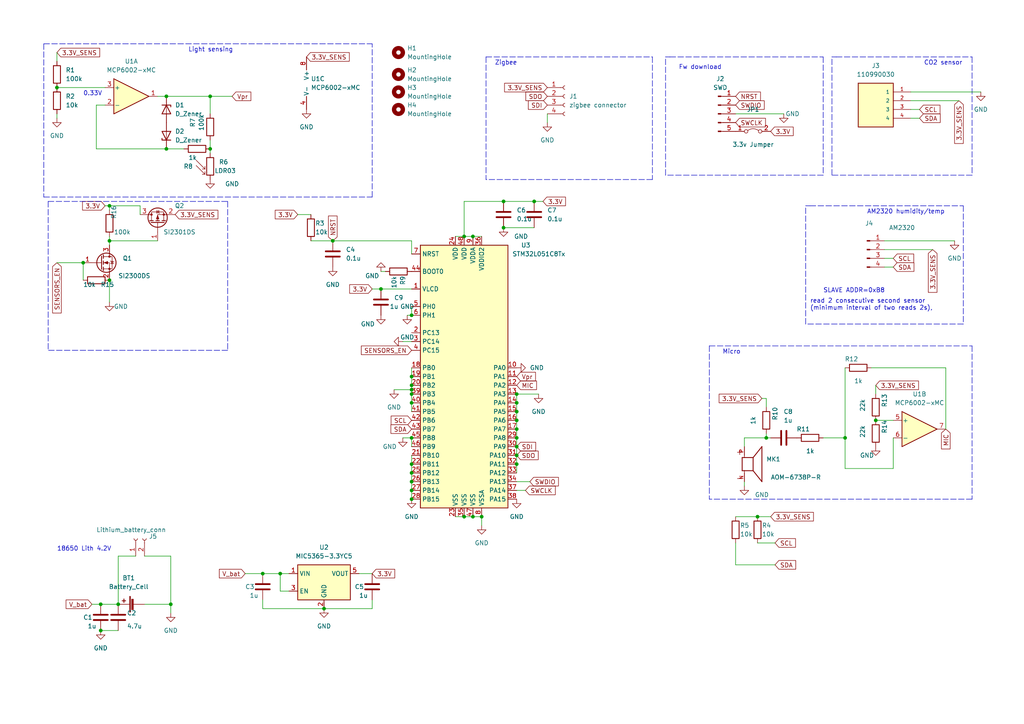
<source format=kicad_sch>
(kicad_sch (version 20211123) (generator eeschema)
  (paper "A4")
  (lib_symbols
    (symbol "1x04 grove:110990030" (pin_names (offset 1.016))
      (property "Reference" "J" (at -5.08 5.842 0))
      (property "Value" "110990030" (at -5.08 -8.382 0))
      (symbol "110990030_0_0"
        (rectangle (start -5.08 -7.62) (end 5.08 5.08) (stroke (width 0.254)) (fill (type background)))
        (pin passive line (at -10.16 2.54 0) (length 5.08) (name "1") (number "1"))
        (pin passive line (at -10.16 0 0) (length 5.08) (name "2") (number "2"))
        (pin passive line (at -10.16 -2.54 0) (length 5.08) (name "3") (number "3"))
        (pin passive line (at -10.16 -5.08 0) (length 5.08) (name "4") (number "4"))
      )
    )
    (symbol "AOM-6738P-R:AOM-6738P-R" (pin_names (offset 1.016))
      (property "Reference" "MK" (at -1.27 6.35 0))
      (property "Value" "AOM-6738P-R" (at -1.27 -8.255 0))
      (symbol "AOM-6738P-R_0_0"
        (polyline (pts (xy -3.175 -1.905) (xy -2.54 -1.905)) (stroke (width 0.254)))
        (polyline (pts (xy -3.175 1.905) (xy -3.175 -1.905)) (stroke (width 0.254)))
        (polyline (pts (xy -3.175 1.905) (xy -2.54 1.905)) (stroke (width 0.254)))
        (polyline (pts (xy -2.54 -2.54) (xy -2.54 -1.905)) (stroke (width 0.1524)))
        (polyline (pts (xy -2.54 -1.905) (xy 0 -1.905)) (stroke (width 0.254)))
        (polyline (pts (xy -2.54 1.905) (xy 0 1.905)) (stroke (width 0.254)))
        (polyline (pts (xy -2.54 2.54) (xy -2.54 1.905)) (stroke (width 0.1524)))
        (polyline (pts (xy 0 -1.905) (xy 0 1.905)) (stroke (width 0.254)))
        (polyline (pts (xy 0 -1.905) (xy 2.54 -5.08)) (stroke (width 0.254)))
        (polyline (pts (xy 0 1.905) (xy 2.54 5.08)) (stroke (width 0.254)))
        (polyline (pts (xy 2.54 -5.08) (xy 2.54 5.08)) (stroke (width 0.254)))
        (text "+" (at -5.08 2.54 0) (effects (font (size 1.778 1.778)) (justify left bottom)))
        (text "-" (at -5.08 -5.08 0) (effects (font (size 1.778 1.778)) (justify left bottom)))
        (pin passive line (at -2.54 -5.08 90) (length 2.54) (name "~") (number "N"))
        (pin passive line (at -2.54 5.08 270) (length 2.54) (name "~") (number "P"))
      )
    )
    (symbol "Amplifier_Operational:MCP6002-xMC" (pin_names (offset 0.127))
      (property "Reference" "U" (at 0 5.08 0))
      (property "Value" "MCP6002-xMC" (at 0 -5.08 0))
      (symbol "MCP6002-xMC_1_1"
        (polyline (pts (xy -5.08 5.08) (xy 5.08 0) (xy -5.08 -5.08) (xy -5.08 5.08)) (stroke (width 0.254)) (fill (type background)))
        (pin output line (at 7.62 0 180) (length 2.54) (name "~") (number "1"))
        (pin input line (at -7.62 -2.54 0) (length 2.54) (name "-") (number "2"))
        (pin input line (at -7.62 2.54 0) (length 2.54) (name "+") (number "3"))
      )
      (symbol "MCP6002-xMC_2_1"
        (polyline (pts (xy -5.08 5.08) (xy 5.08 0) (xy -5.08 -5.08) (xy -5.08 5.08)) (stroke (width 0.254)) (fill (type background)))
        (pin input line (at -7.62 2.54 0) (length 2.54) (name "+") (number "5"))
        (pin input line (at -7.62 -2.54 0) (length 2.54) (name "-") (number "6"))
        (pin output line (at 7.62 0 180) (length 2.54) (name "~") (number "7"))
      )
      (symbol "MCP6002-xMC_3_1"
        (pin power_in line (at -2.54 -7.62 90) (length 3.81) (name "V-") (number "4"))
        (pin power_in line (at -2.54 7.62 270) (length 3.81) (name "V+") (number "8"))
        (pin passive line (at -2.54 -7.62 90) (length 3.81) hide (name "V-") (number "9"))
      )
    )
    (symbol "Connector:Conn_01x02_Female" (pin_names (offset 1.016) hide)
      (property "Reference" "J" (at 0 2.54 0))
      (property "Value" "Conn_01x02_Female" (at 0 -5.08 0))
      (symbol "Conn_01x02_Female_1_1"
        (arc (start 0 -2.032) (mid -0.508 -2.54) (end 0 -3.048) (stroke (width 0.1524)))
        (polyline (pts (xy -1.27 -2.54) (xy -0.508 -2.54)) (stroke (width 0.1524)))
        (polyline (pts (xy -1.27 0) (xy -0.508 0)) (stroke (width 0.1524)))
        (arc (start 0 0.508) (mid -0.508 0) (end 0 -0.508) (stroke (width 0.1524)))
        (pin passive line (at -5.08 0 0) (length 3.81) (name "Pin_1") (number "1"))
        (pin passive line (at -5.08 -2.54 0) (length 3.81) (name "Pin_2") (number "2"))
      )
    )
    (symbol "Connector:Conn_01x04_Female" (pin_names (offset 1.016) hide)
      (property "Reference" "J" (at 0 5.08 0))
      (property "Value" "Conn_01x04_Female" (at 0 -7.62 0))
      (symbol "Conn_01x04_Female_1_1"
        (arc (start 0 -4.572) (mid -0.508 -5.08) (end 0 -5.588) (stroke (width 0.1524)))
        (arc (start 0 -2.032) (mid -0.508 -2.54) (end 0 -3.048) (stroke (width 0.1524)))
        (polyline (pts (xy -1.27 -5.08) (xy -0.508 -5.08)) (stroke (width 0.1524)))
        (polyline (pts (xy -1.27 -2.54) (xy -0.508 -2.54)) (stroke (width 0.1524)))
        (polyline (pts (xy -1.27 0) (xy -0.508 0)) (stroke (width 0.1524)))
        (polyline (pts (xy -1.27 2.54) (xy -0.508 2.54)) (stroke (width 0.1524)))
        (arc (start 0 0.508) (mid -0.508 0) (end 0 -0.508) (stroke (width 0.1524)))
        (arc (start 0 3.048) (mid -0.508 2.54) (end 0 2.032) (stroke (width 0.1524)))
        (pin passive line (at -5.08 2.54 0) (length 3.81) (name "Pin_1") (number "1"))
        (pin passive line (at -5.08 0 0) (length 3.81) (name "Pin_2") (number "2"))
        (pin passive line (at -5.08 -2.54 0) (length 3.81) (name "Pin_3") (number "3"))
        (pin passive line (at -5.08 -5.08 0) (length 3.81) (name "Pin_4") (number "4"))
      )
    )
    (symbol "Connector:Conn_01x04_Male" (pin_names (offset 1.016) hide)
      (property "Reference" "J" (at 0 5.08 0))
      (property "Value" "Conn_01x04_Male" (at 0 -7.62 0))
      (symbol "Conn_01x04_Male_1_1"
        (polyline (pts (xy 1.27 -5.08) (xy 0.8636 -5.08)) (stroke (width 0.1524)))
        (polyline (pts (xy 1.27 -2.54) (xy 0.8636 -2.54)) (stroke (width 0.1524)))
        (polyline (pts (xy 1.27 0) (xy 0.8636 0)) (stroke (width 0.1524)))
        (polyline (pts (xy 1.27 2.54) (xy 0.8636 2.54)) (stroke (width 0.1524)))
        (rectangle (start 0.8636 -4.953) (end 0 -5.207) (stroke (width 0.1524)) (fill (type outline)))
        (rectangle (start 0.8636 -2.413) (end 0 -2.667) (stroke (width 0.1524)) (fill (type outline)))
        (rectangle (start 0.8636 0.127) (end 0 -0.127) (stroke (width 0.1524)) (fill (type outline)))
        (rectangle (start 0.8636 2.667) (end 0 2.413) (stroke (width 0.1524)) (fill (type outline)))
        (pin passive line (at 5.08 2.54 180) (length 3.81) (name "Pin_1") (number "1"))
        (pin passive line (at 5.08 0 180) (length 3.81) (name "Pin_2") (number "2"))
        (pin passive line (at 5.08 -2.54 180) (length 3.81) (name "Pin_3") (number "3"))
        (pin passive line (at 5.08 -5.08 180) (length 3.81) (name "Pin_4") (number "4"))
      )
    )
    (symbol "Connector:Conn_01x05_Male" (pin_names (offset 1.016) hide)
      (property "Reference" "J" (at 0 7.62 0))
      (property "Value" "Conn_01x05_Male" (at 0 -7.62 0))
      (symbol "Conn_01x05_Male_1_1"
        (polyline (pts (xy 1.27 -5.08) (xy 0.8636 -5.08)) (stroke (width 0.1524)))
        (polyline (pts (xy 1.27 -2.54) (xy 0.8636 -2.54)) (stroke (width 0.1524)))
        (polyline (pts (xy 1.27 0) (xy 0.8636 0)) (stroke (width 0.1524)))
        (polyline (pts (xy 1.27 2.54) (xy 0.8636 2.54)) (stroke (width 0.1524)))
        (polyline (pts (xy 1.27 5.08) (xy 0.8636 5.08)) (stroke (width 0.1524)))
        (rectangle (start 0.8636 -4.953) (end 0 -5.207) (stroke (width 0.1524)) (fill (type outline)))
        (rectangle (start 0.8636 -2.413) (end 0 -2.667) (stroke (width 0.1524)) (fill (type outline)))
        (rectangle (start 0.8636 0.127) (end 0 -0.127) (stroke (width 0.1524)) (fill (type outline)))
        (rectangle (start 0.8636 2.667) (end 0 2.413) (stroke (width 0.1524)) (fill (type outline)))
        (rectangle (start 0.8636 5.207) (end 0 4.953) (stroke (width 0.1524)) (fill (type outline)))
        (pin passive line (at 5.08 5.08 180) (length 3.81) (name "Pin_1") (number "1"))
        (pin passive line (at 5.08 2.54 180) (length 3.81) (name "Pin_2") (number "2"))
        (pin passive line (at 5.08 0 180) (length 3.81) (name "Pin_3") (number "3"))
        (pin passive line (at 5.08 -2.54 180) (length 3.81) (name "Pin_4") (number "4"))
        (pin passive line (at 5.08 -5.08 180) (length 3.81) (name "Pin_5") (number "5"))
      )
    )
    (symbol "Device:Battery_Cell" (pin_numbers hide) (pin_names (offset 0) hide)
      (property "Reference" "BT" (at 2.54 2.54 0))
      (property "Value" "Battery_Cell" (at 2.54 0 0))
      (symbol "Battery_Cell_0_1"
        (rectangle (start -2.286 1.778) (end 2.286 1.524) (fill (type outline)))
        (rectangle (start -1.5748 1.1938) (end 1.4732 0.6858) (fill (type outline)))
        (polyline (pts (xy 0 0.762) (xy 0 0)))
        (polyline (pts (xy 0 1.778) (xy 0 2.54)))
        (polyline (pts (xy 0.508 3.429) (xy 1.524 3.429)) (stroke (width 0.254)))
        (polyline (pts (xy 1.016 3.937) (xy 1.016 2.921)) (stroke (width 0.254)))
      )
      (symbol "Battery_Cell_1_1"
        (pin passive line (at 0 5.08 270) (length 2.54) (name "+") (number "1"))
        (pin passive line (at 0 -2.54 90) (length 2.54) (name "-") (number "2"))
      )
    )
    (symbol "Device:C" (pin_numbers hide) (pin_names (offset 0.254))
      (property "Reference" "C" (at 0.635 2.54 0))
      (property "Value" "C" (at 0.635 -2.54 0))
      (symbol "C_0_1"
        (polyline (pts (xy -2.032 -0.762) (xy 2.032 -0.762)) (stroke (width 0.508)))
        (polyline (pts (xy -2.032 0.762) (xy 2.032 0.762)) (stroke (width 0.508)))
      )
      (symbol "C_1_1"
        (pin passive line (at 0 3.81 270) (length 2.794) (name "~") (number "1"))
        (pin passive line (at 0 -3.81 90) (length 2.794) (name "~") (number "2"))
      )
    )
    (symbol "Device:D_Zener" (pin_numbers hide) (pin_names (offset 1.016) hide)
      (property "Reference" "D" (at 0 2.54 0))
      (property "Value" "D_Zener" (at 0 -2.54 0))
      (symbol "D_Zener_0_1"
        (polyline (pts (xy 1.27 0) (xy -1.27 0)))
        (polyline (pts (xy -1.27 -1.27) (xy -1.27 1.27) (xy -0.762 1.27)) (stroke (width 0.254)))
        (polyline (pts (xy 1.27 -1.27) (xy 1.27 1.27) (xy -1.27 0) (xy 1.27 -1.27)) (stroke (width 0.254)))
      )
      (symbol "D_Zener_1_1"
        (pin passive line (at -3.81 0 0) (length 2.54) (name "K") (number "1"))
        (pin passive line (at 3.81 0 180) (length 2.54) (name "A") (number "2"))
      )
    )
    (symbol "Device:Q_NMOS_GSD" (pin_names (offset 0) hide)
      (property "Reference" "Q" (at 5.08 1.27 0))
      (property "Value" "Q_NMOS_GSD" (at 5.08 -1.27 0))
      (symbol "Q_NMOS_GSD_0_1"
        (polyline (pts (xy 0.254 0) (xy -2.54 0)))
        (polyline (pts (xy 0.254 1.905) (xy 0.254 -1.905)) (stroke (width 0.254)))
        (polyline (pts (xy 0.762 -1.27) (xy 0.762 -2.286)) (stroke (width 0.254)))
        (polyline (pts (xy 0.762 0.508) (xy 0.762 -0.508)) (stroke (width 0.254)))
        (polyline (pts (xy 0.762 2.286) (xy 0.762 1.27)) (stroke (width 0.254)))
        (polyline (pts (xy 2.54 2.54) (xy 2.54 1.778)))
        (polyline (pts (xy 2.54 -2.54) (xy 2.54 0) (xy 0.762 0)))
        (polyline (pts (xy 0.762 -1.778) (xy 3.302 -1.778) (xy 3.302 1.778) (xy 0.762 1.778)))
        (polyline (pts (xy 1.016 0) (xy 2.032 0.381) (xy 2.032 -0.381) (xy 1.016 0)) (fill (type outline)))
        (polyline (pts (xy 2.794 0.508) (xy 2.921 0.381) (xy 3.683 0.381) (xy 3.81 0.254)))
        (polyline (pts (xy 3.302 0.381) (xy 2.921 -0.254) (xy 3.683 -0.254) (xy 3.302 0.381)))
        (circle (center 1.651 0) (radius 2.794) (stroke (width 0.254)))
        (circle (center 2.54 -1.778) (radius 0.254) (fill (type outline)))
        (circle (center 2.54 1.778) (radius 0.254) (fill (type outline)))
      )
      (symbol "Q_NMOS_GSD_1_1"
        (pin input line (at -5.08 0 0) (length 2.54) (name "G") (number "1"))
        (pin passive line (at 2.54 -5.08 90) (length 2.54) (name "S") (number "2"))
        (pin passive line (at 2.54 5.08 270) (length 2.54) (name "D") (number "3"))
      )
    )
    (symbol "Device:Q_PMOS_GSD" (pin_names (offset 0) hide)
      (property "Reference" "Q" (at 5.08 1.27 0))
      (property "Value" "Q_PMOS_GSD" (at 5.08 -1.27 0))
      (symbol "Q_PMOS_GSD_0_1"
        (polyline (pts (xy 0.254 0) (xy -2.54 0)))
        (polyline (pts (xy 0.254 1.905) (xy 0.254 -1.905)) (stroke (width 0.254)))
        (polyline (pts (xy 0.762 -1.27) (xy 0.762 -2.286)) (stroke (width 0.254)))
        (polyline (pts (xy 0.762 0.508) (xy 0.762 -0.508)) (stroke (width 0.254)))
        (polyline (pts (xy 0.762 2.286) (xy 0.762 1.27)) (stroke (width 0.254)))
        (polyline (pts (xy 2.54 2.54) (xy 2.54 1.778)))
        (polyline (pts (xy 2.54 -2.54) (xy 2.54 0) (xy 0.762 0)))
        (polyline (pts (xy 0.762 1.778) (xy 3.302 1.778) (xy 3.302 -1.778) (xy 0.762 -1.778)))
        (polyline (pts (xy 2.286 0) (xy 1.27 0.381) (xy 1.27 -0.381) (xy 2.286 0)) (fill (type outline)))
        (polyline (pts (xy 2.794 -0.508) (xy 2.921 -0.381) (xy 3.683 -0.381) (xy 3.81 -0.254)))
        (polyline (pts (xy 3.302 -0.381) (xy 2.921 0.254) (xy 3.683 0.254) (xy 3.302 -0.381)))
        (circle (center 1.651 0) (radius 2.794) (stroke (width 0.254)))
        (circle (center 2.54 -1.778) (radius 0.254) (fill (type outline)))
        (circle (center 2.54 1.778) (radius 0.254) (fill (type outline)))
      )
      (symbol "Q_PMOS_GSD_1_1"
        (pin input line (at -5.08 0 0) (length 2.54) (name "G") (number "1"))
        (pin passive line (at 2.54 -5.08 90) (length 2.54) (name "S") (number "2"))
        (pin passive line (at 2.54 5.08 270) (length 2.54) (name "D") (number "3"))
      )
    )
    (symbol "Device:R" (pin_numbers hide) (pin_names (offset 0))
      (property "Reference" "R" (at 2.032 0 90))
      (property "Value" "R" (at 0 0 90))
      (symbol "R_0_1"
        (rectangle (start -1.016 -2.54) (end 1.016 2.54) (stroke (width 0.254)))
      )
      (symbol "R_1_1"
        (pin passive line (at 0 3.81 270) (length 1.27) (name "~") (number "1"))
        (pin passive line (at 0 -3.81 90) (length 1.27) (name "~") (number "2"))
      )
    )
    (symbol "GND_1" (power) (pin_names (offset 0))
      (property "Value" "GND_1" (at 0 -3.81 0))
      (symbol "GND_1_0_1"
        (polyline (pts (xy 0 0) (xy 0 -1.27) (xy 1.27 -1.27) (xy 0 -2.54) (xy -1.27 -1.27) (xy 0 -1.27)))
      )
      (symbol "GND_1_1_1"
        (pin power_in line (at 0 0 270) (length 0) hide (name "GND") (number "1"))
      )
    )
    (symbol "Jumper:Jumper_2_Bridged" (pin_names (offset 0) hide)
      (property "Reference" "JP" (at 0 1.905 0))
      (property "Value" "Jumper_2_Bridged" (at 0 -2.54 0))
      (symbol "Jumper_2_Bridged_0_0"
        (circle (center -2.032 0) (radius 0.508))
        (circle (center 2.032 0) (radius 0.508))
      )
      (symbol "Jumper_2_Bridged_0_1"
        (arc (start 1.524 0.254) (mid 0 0.762) (end -1.524 0.254))
      )
      (symbol "Jumper_2_Bridged_1_1"
        (pin passive line (at -5.08 0 0) (length 2.54) (name "A") (number "1"))
        (pin passive line (at 5.08 0 180) (length 2.54) (name "B") (number "2"))
      )
    )
    (symbol "MCU_ST_STM32L0:STM32L051C8Tx"
      (property "Reference" "U" (at -12.7 39.37 0))
      (property "Value" "STM32L051C8Tx" (at 7.62 39.37 0))
      (symbol "STM32L051C8Tx_0_1"
        (rectangle (start -12.7 -38.1) (end 12.7 38.1) (stroke (width 0.254)) (fill (type background)))
      )
      (symbol "STM32L051C8Tx_1_1"
        (pin power_in line (at -15.24 25.4 0) (length 2.54) (name "VLCD") (number "1"))
        (pin bidirectional line (at 15.24 2.54 180) (length 2.54) (name "PA0") (number "10"))
        (pin bidirectional line (at 15.24 0 180) (length 2.54) (name "PA1") (number "11"))
        (pin bidirectional line (at 15.24 -2.54 180) (length 2.54) (name "PA2") (number "12"))
        (pin bidirectional line (at 15.24 -5.08 180) (length 2.54) (name "PA3") (number "13"))
        (pin bidirectional line (at 15.24 -7.62 180) (length 2.54) (name "PA4") (number "14"))
        (pin bidirectional line (at 15.24 -10.16 180) (length 2.54) (name "PA5") (number "15"))
        (pin bidirectional line (at 15.24 -12.7 180) (length 2.54) (name "PA6") (number "16"))
        (pin bidirectional line (at 15.24 -15.24 180) (length 2.54) (name "PA7") (number "17"))
        (pin bidirectional line (at -15.24 2.54 0) (length 2.54) (name "PB0") (number "18"))
        (pin bidirectional line (at -15.24 0 0) (length 2.54) (name "PB1") (number "19"))
        (pin bidirectional line (at -15.24 12.7 0) (length 2.54) (name "PC13") (number "2"))
        (pin bidirectional line (at -15.24 -2.54 0) (length 2.54) (name "PB2") (number "20"))
        (pin bidirectional line (at -15.24 -22.86 0) (length 2.54) (name "PB10") (number "21"))
        (pin bidirectional line (at -15.24 -25.4 0) (length 2.54) (name "PB11") (number "22"))
        (pin power_in line (at -2.54 -40.64 90) (length 2.54) (name "VSS") (number "23"))
        (pin power_in line (at -2.54 40.64 270) (length 2.54) (name "VDD") (number "24"))
        (pin bidirectional line (at -15.24 -27.94 0) (length 2.54) (name "PB12") (number "25"))
        (pin bidirectional line (at -15.24 -30.48 0) (length 2.54) (name "PB13") (number "26"))
        (pin bidirectional line (at -15.24 -33.02 0) (length 2.54) (name "PB14") (number "27"))
        (pin bidirectional line (at -15.24 -35.56 0) (length 2.54) (name "PB15") (number "28"))
        (pin bidirectional line (at 15.24 -17.78 180) (length 2.54) (name "PA8") (number "29"))
        (pin bidirectional line (at -15.24 10.16 0) (length 2.54) (name "PC14") (number "3"))
        (pin bidirectional line (at 15.24 -20.32 180) (length 2.54) (name "PA9") (number "30"))
        (pin bidirectional line (at 15.24 -22.86 180) (length 2.54) (name "PA10") (number "31"))
        (pin bidirectional line (at 15.24 -25.4 180) (length 2.54) (name "PA11") (number "32"))
        (pin bidirectional line (at 15.24 -27.94 180) (length 2.54) (name "PA12") (number "33"))
        (pin bidirectional line (at 15.24 -30.48 180) (length 2.54) (name "PA13") (number "34"))
        (pin power_in line (at 0 -40.64 90) (length 2.54) (name "VSS") (number "35"))
        (pin power_in line (at 5.08 40.64 270) (length 2.54) (name "VDDIO2") (number "36"))
        (pin bidirectional line (at 15.24 -33.02 180) (length 2.54) (name "PA14") (number "37"))
        (pin bidirectional line (at 15.24 -35.56 180) (length 2.54) (name "PA15") (number "38"))
        (pin bidirectional line (at -15.24 -5.08 0) (length 2.54) (name "PB3") (number "39"))
        (pin bidirectional line (at -15.24 7.62 0) (length 2.54) (name "PC15") (number "4"))
        (pin bidirectional line (at -15.24 -7.62 0) (length 2.54) (name "PB4") (number "40"))
        (pin bidirectional line (at -15.24 -10.16 0) (length 2.54) (name "PB5") (number "41"))
        (pin bidirectional line (at -15.24 -12.7 0) (length 2.54) (name "PB6") (number "42"))
        (pin bidirectional line (at -15.24 -15.24 0) (length 2.54) (name "PB7") (number "43"))
        (pin input line (at -15.24 30.48 0) (length 2.54) (name "BOOT0") (number "44"))
        (pin bidirectional line (at -15.24 -17.78 0) (length 2.54) (name "PB8") (number "45"))
        (pin bidirectional line (at -15.24 -20.32 0) (length 2.54) (name "PB9") (number "46"))
        (pin power_in line (at 2.54 -40.64 90) (length 2.54) (name "VSS") (number "47"))
        (pin power_in line (at 0 40.64 270) (length 2.54) (name "VDD") (number "48"))
        (pin input line (at -15.24 20.32 0) (length 2.54) (name "PH0") (number "5"))
        (pin input line (at -15.24 17.78 0) (length 2.54) (name "PH1") (number "6"))
        (pin input line (at -15.24 35.56 0) (length 2.54) (name "NRST") (number "7"))
        (pin power_in line (at 5.08 -40.64 90) (length 2.54) (name "VSSA") (number "8"))
        (pin power_in line (at 2.54 40.64 270) (length 2.54) (name "VDDA") (number "9"))
      )
    )
    (symbol "Mechanical:MountingHole" (pin_names (offset 1.016))
      (property "Reference" "H" (at 0 5.08 0))
      (property "Value" "MountingHole" (at 0 3.175 0))
      (symbol "MountingHole_0_1"
        (circle (center 0 0) (radius 1.27) (stroke (width 1.27)))
      )
    )
    (symbol "Regulator_Linear:MIC5365-3.3YC5"
      (property "Reference" "U" (at -6.35 6.35 0))
      (property "Value" "MIC5365-3.3YC5" (at 0 6.35 0))
      (symbol "MIC5365-3.3YC5_0_1"
        (rectangle (start -7.62 -5.08) (end 7.62 5.08) (stroke (width 0.254)) (fill (type background)))
      )
      (symbol "MIC5365-3.3YC5_1_1"
        (pin power_in line (at -10.16 2.54 0) (length 2.54) (name "VIN") (number "1"))
        (pin power_in line (at 0 -7.62 90) (length 2.54) (name "GND") (number "2"))
        (pin input line (at -10.16 -2.54 0) (length 2.54) (name "EN") (number "3"))
        (pin no_connect line (at 7.62 -2.54 180) (length 2.54) hide (name "NC") (number "4"))
        (pin power_out line (at 10.16 2.54 180) (length 2.54) (name "VOUT") (number "5"))
      )
    )
    (symbol "Sensor_Optical:LDR03" (pin_numbers hide) (pin_names (offset 0))
      (property "Reference" "R" (at -5.08 0 90))
      (property "Value" "LDR03" (at 1.905 0 90))
      (symbol "LDR03_0_1"
        (rectangle (start -1.016 2.54) (end 1.016 -2.54) (stroke (width 0.254)))
        (polyline (pts (xy -1.524 -2.286) (xy -4.064 0.254)))
        (polyline (pts (xy -1.524 -2.286) (xy -2.286 -2.286)))
        (polyline (pts (xy -1.524 -2.286) (xy -1.524 -1.524)))
        (polyline (pts (xy -1.524 -0.762) (xy -4.064 1.778)))
        (polyline (pts (xy -1.524 -0.762) (xy -2.286 -0.762)))
        (polyline (pts (xy -1.524 -0.762) (xy -1.524 0)))
      )
      (symbol "LDR03_1_1"
        (pin passive line (at 0 3.81 270) (length 1.27) (name "~") (number "1"))
        (pin passive line (at 0 -3.81 90) (length 1.27) (name "~") (number "2"))
      )
    )
    (symbol "power:GND" (power) (pin_names (offset 0))
      (property "Value" "GND" (at 0 -3.81 0))
      (symbol "GND_0_1"
        (polyline (pts (xy 0 0) (xy 0 -1.27) (xy 1.27 -1.27) (xy 0 -2.54) (xy -1.27 -1.27) (xy 0 -1.27)))
      )
      (symbol "GND_1_1"
        (pin power_in line (at 0 0 270) (length 0) hide (name "GND") (number "1"))
      )
    )
  )
  (junction (at 149.86 134.62))
  (junction (at 119.38 134.62))
  (junction (at 31.75 59.69))
  (junction (at 29.21 175.26))
  (junction (at 149.86 114.3))
  (junction (at 119.38 142.24))
  (junction (at 222.25 127))
  (junction (at 24.13 76.2))
  (junction (at 119.38 144.78))
  (junction (at 154.94 58.42))
  (junction (at 134.62 68.58))
  (junction (at 137.16 68.58))
  (junction (at 110.49 83.82))
  (junction (at 119.38 127))
  (junction (at 60.96 27.94))
  (junction (at 29.21 182.88))
  (junction (at 60.96 43.18))
  (junction (at 81.28 166.37))
  (junction (at 34.29 175.26))
  (junction (at 119.38 116.84))
  (junction (at 245.11 127))
  (junction (at 149.86 119.38))
  (junction (at 149.86 129.54))
  (junction (at 16.51 25.4))
  (junction (at 93.98 176.53))
  (junction (at 219.71 149.86))
  (junction (at 149.86 116.84))
  (junction (at 149.86 124.46))
  (junction (at 31.75 69.85))
  (junction (at 119.38 109.22))
  (junction (at 76.2 166.37))
  (junction (at 119.38 111.76))
  (junction (at 149.86 132.08))
  (junction (at 96.52 69.85))
  (junction (at 149.86 121.92))
  (junction (at 119.38 139.7))
  (junction (at 49.53 175.26))
  (junction (at 139.7 149.86))
  (junction (at 119.38 114.3))
  (junction (at 146.05 66.04))
  (junction (at 149.86 127))
  (junction (at 146.05 58.42))
  (junction (at 134.62 149.86))
  (junction (at 31.75 81.28))
  (junction (at 119.38 137.16))
  (junction (at 119.38 91.44))
  (junction (at 48.26 27.94))
  (junction (at 254 121.92))
  (junction (at 119.38 113.03))
  (junction (at 137.16 149.86))
  (junction (at 48.26 43.18))
  (wire (pts (xy 213.36 163.83) (xy 213.36 157.48)))
  (polyline (pts (xy 281.94 144.78) (xy 205.74 144.78)))
  (wire (pts (xy 259.08 127) (xy 259.08 135.89)))
  (wire (pts (xy 219.71 157.48) (xy 224.79 157.48)))
  (wire (pts (xy 215.9 127) (xy 222.25 127)))
  (wire (pts (xy 149.86 139.7) (xy 153.67 139.7)))
  (polyline (pts (xy 140.97 16.51) (xy 140.97 52.07)))
  (wire (pts (xy 29.21 182.88) (xy 34.29 182.88)))
  (wire (pts (xy 264.16 26.67) (xy 284.48 26.67)))
  (wire (pts (xy 16.51 76.2) (xy 24.13 76.2)))
  (wire (pts (xy 256.54 69.85) (xy 276.86 69.85)))
  (polyline (pts (xy 281.94 16.51) (xy 281.94 50.8)))
  (polyline (pts (xy 193.04 16.51) (xy 194.31 16.51)))
  (wire (pts (xy 132.08 149.86) (xy 134.62 149.86)))
  (wire (pts (xy 256.54 77.47) (xy 259.08 77.47)))
  (wire (pts (xy 114.3 113.03) (xy 119.38 113.03)))
  (wire (pts (xy 134.62 68.58) (xy 137.16 68.58)))
  (wire (pts (xy 245.11 135.89) (xy 245.11 127)))
  (wire (pts (xy 158.75 33.02) (xy 158.75 35.56)))
  (wire (pts (xy 45.72 27.94) (xy 48.26 27.94)))
  (wire (pts (xy 60.96 27.94) (xy 67.31 27.94)))
  (polyline (pts (xy 279.4 93.98) (xy 233.68 93.98)))
  (polyline (pts (xy 12.7 57.15) (xy 107.95 57.15)))
  (wire (pts (xy 146.05 66.04) (xy 154.94 66.04)))
  (wire (pts (xy 31.75 71.12) (xy 31.75 69.85)))
  (wire (pts (xy 119.38 114.3) (xy 119.38 116.84)))
  (wire (pts (xy 29.21 175.26) (xy 34.29 175.26)))
  (wire (pts (xy 222.25 127) (xy 223.52 127)))
  (wire (pts (xy 60.96 33.02) (xy 60.96 27.94)))
  (wire (pts (xy 219.71 149.86) (xy 223.52 149.86)))
  (wire (pts (xy 110.49 83.82) (xy 119.38 83.82)))
  (wire (pts (xy 48.26 43.18) (xy 53.34 43.18)))
  (polyline (pts (xy 13.97 58.42) (xy 13.97 101.6)))
  (polyline (pts (xy 281.94 100.33) (xy 281.94 144.78)))
  (wire (pts (xy 119.38 106.68) (xy 119.38 109.22)))
  (wire (pts (xy 119.38 116.84) (xy 119.38 119.38)))
  (polyline (pts (xy 233.68 93.98) (xy 233.68 59.69)))
  (polyline (pts (xy 13.97 58.42) (xy 66.04 58.42)))
  (wire (pts (xy 27.94 43.18) (xy 48.26 43.18)))
  (wire (pts (xy 152.4 142.24) (xy 149.86 142.24)))
  (polyline (pts (xy 66.04 101.6) (xy 13.97 101.6)))
  (wire (pts (xy 149.86 132.08) (xy 149.86 134.62)))
  (wire (pts (xy 40.64 62.23) (xy 40.64 59.69)))
  (wire (pts (xy 16.51 15.24) (xy 16.51 17.78)))
  (wire (pts (xy 252.73 106.68) (xy 274.32 106.68)))
  (wire (pts (xy 104.14 166.37) (xy 107.95 166.37)))
  (wire (pts (xy 119.38 132.08) (xy 119.38 134.62)))
  (wire (pts (xy 31.75 59.69) (xy 31.75 60.96)))
  (wire (pts (xy 24.13 76.2) (xy 24.13 81.28)))
  (wire (pts (xy 60.96 43.18) (xy 60.96 44.45)))
  (wire (pts (xy 31.75 69.85) (xy 31.75 68.58)))
  (wire (pts (xy 149.86 129.54) (xy 149.86 132.08)))
  (wire (pts (xy 119.38 134.62) (xy 119.38 137.16)))
  (wire (pts (xy 215.9 140.97) (xy 215.9 139.7)))
  (wire (pts (xy 90.17 62.23) (xy 86.36 62.23)))
  (wire (pts (xy 76.2 176.53) (xy 93.98 176.53)))
  (wire (pts (xy 215.9 129.54) (xy 215.9 127)))
  (wire (pts (xy 154.94 58.42) (xy 157.48 58.42)))
  (wire (pts (xy 149.86 119.38) (xy 149.86 121.92)))
  (wire (pts (xy 96.52 69.85) (xy 90.17 69.85)))
  (wire (pts (xy 76.2 173.99) (xy 76.2 176.53)))
  (wire (pts (xy 30.48 30.48) (xy 27.94 30.48)))
  (wire (pts (xy 27.94 30.48) (xy 27.94 43.18)))
  (wire (pts (xy 146.05 58.42) (xy 154.94 58.42)))
  (wire (pts (xy 119.38 88.9) (xy 119.38 91.44)))
  (wire (pts (xy 213.36 149.86) (xy 219.71 149.86)))
  (wire (pts (xy 149.86 116.84) (xy 149.86 119.38)))
  (polyline (pts (xy 189.23 52.07) (xy 140.97 52.07)))
  (wire (pts (xy 118.11 91.44) (xy 119.38 91.44)))
  (wire (pts (xy 220.98 115.57) (xy 222.25 115.57)))
  (wire (pts (xy 137.16 68.58) (xy 139.7 68.58)))
  (wire (pts (xy 264.16 31.75) (xy 266.7 31.75)))
  (wire (pts (xy 119.38 113.03) (xy 119.38 114.3)))
  (wire (pts (xy 254 111.76) (xy 254 114.3)))
  (wire (pts (xy 31.75 69.85) (xy 45.72 69.85)))
  (wire (pts (xy 264.16 34.29) (xy 266.7 34.29)))
  (wire (pts (xy 119.38 139.7) (xy 119.38 142.24)))
  (polyline (pts (xy 194.31 16.51) (xy 238.76 16.51)))
  (wire (pts (xy 259.08 135.89) (xy 245.11 135.89)))
  (polyline (pts (xy 279.4 59.69) (xy 279.4 93.98)))
  (wire (pts (xy 49.53 161.29) (xy 49.53 175.26)))
  (wire (pts (xy 149.86 127) (xy 149.86 129.54)))
  (wire (pts (xy 119.38 73.66) (xy 119.38 69.85)))
  (wire (pts (xy 134.62 149.86) (xy 137.16 149.86)))
  (wire (pts (xy 134.62 68.58) (xy 134.62 58.42)))
  (wire (pts (xy 107.95 83.82) (xy 110.49 83.82)))
  (wire (pts (xy 238.76 127) (xy 245.11 127)))
  (wire (pts (xy 149.86 114.3) (xy 156.21 114.3)))
  (wire (pts (xy 254 121.92) (xy 259.08 121.92)))
  (wire (pts (xy 227.33 33.02) (xy 213.36 33.02)))
  (wire (pts (xy 264.16 29.21) (xy 278.13 29.21)))
  (wire (pts (xy 48.26 27.94) (xy 60.96 27.94)))
  (wire (pts (xy 256.54 72.39) (xy 270.51 72.39)))
  (wire (pts (xy 39.37 161.29) (xy 34.29 161.29)))
  (wire (pts (xy 49.53 175.26) (xy 49.53 177.8)))
  (polyline (pts (xy 241.3 16.51) (xy 242.57 16.51)))
  (polyline (pts (xy 205.74 100.33) (xy 205.74 144.78)))
  (polyline (pts (xy 238.76 16.51) (xy 238.76 50.8)))
  (polyline (pts (xy 189.23 16.51) (xy 189.23 52.07)))
  (wire (pts (xy 119.38 111.76) (xy 119.38 113.03)))
  (wire (pts (xy 119.38 137.16) (xy 119.38 139.7)))
  (polyline (pts (xy 140.97 16.51) (xy 189.23 16.51)))
  (wire (pts (xy 76.2 166.37) (xy 81.28 166.37)))
  (wire (pts (xy 119.38 127) (xy 119.38 129.54)))
  (polyline (pts (xy 66.04 58.42) (xy 66.04 101.6)))
  (wire (pts (xy 110.49 78.74) (xy 111.76 78.74)))
  (wire (pts (xy 119.38 142.24) (xy 119.38 144.78)))
  (polyline (pts (xy 205.74 100.33) (xy 281.94 100.33)))
  (wire (pts (xy 107.95 173.99) (xy 107.95 176.53)))
  (wire (pts (xy 34.29 161.29) (xy 34.29 175.26)))
  (wire (pts (xy 137.16 149.86) (xy 139.7 149.86)))
  (wire (pts (xy 119.38 109.22) (xy 119.38 111.76)))
  (polyline (pts (xy 234.95 59.69) (xy 279.4 59.69)))
  (wire (pts (xy 16.51 25.4) (xy 30.48 25.4)))
  (wire (pts (xy 222.25 115.57) (xy 222.25 118.11)))
  (polyline (pts (xy 12.7 12.7) (xy 107.95 12.7)))
  (polyline (pts (xy 242.57 16.51) (xy 281.94 16.51)))
  (wire (pts (xy 96.52 69.85) (xy 119.38 69.85)))
  (polyline (pts (xy 241.3 50.8) (xy 241.3 16.51)))
  (wire (pts (xy 26.67 175.26) (xy 29.21 175.26)))
  (wire (pts (xy 274.32 106.68) (xy 274.32 124.46)))
  (wire (pts (xy 132.08 68.58) (xy 134.62 68.58)))
  (wire (pts (xy 81.28 166.37) (xy 83.82 166.37)))
  (wire (pts (xy 16.51 33.02) (xy 16.51 34.29)))
  (wire (pts (xy 31.75 81.28) (xy 31.75 87.63)))
  (wire (pts (xy 116.84 99.06) (xy 119.38 99.06)))
  (wire (pts (xy 116.84 127) (xy 119.38 127)))
  (polyline (pts (xy 107.95 57.15) (xy 107.95 12.7)))
  (wire (pts (xy 149.86 114.3) (xy 149.86 116.84)))
  (wire (pts (xy 81.28 171.45) (xy 83.82 171.45)))
  (wire (pts (xy 222.25 127) (xy 222.25 125.73)))
  (wire (pts (xy 41.91 161.29) (xy 49.53 161.29)))
  (wire (pts (xy 149.86 121.92) (xy 149.86 124.46)))
  (wire (pts (xy 224.79 163.83) (xy 213.36 163.83)))
  (wire (pts (xy 149.86 124.46) (xy 149.86 127)))
  (wire (pts (xy 71.12 166.37) (xy 76.2 166.37)))
  (wire (pts (xy 139.7 149.86) (xy 139.7 152.4)))
  (polyline (pts (xy 233.68 59.69) (xy 234.95 59.69)))
  (wire (pts (xy 149.86 134.62) (xy 149.86 137.16)))
  (polyline (pts (xy 12.7 12.7) (xy 12.7 57.15)))
  (wire (pts (xy 245.11 106.68) (xy 245.11 127)))
  (wire (pts (xy 30.48 59.69) (xy 31.75 59.69)))
  (wire (pts (xy 40.64 59.69) (xy 31.75 59.69)))
  (wire (pts (xy 81.28 166.37) (xy 81.28 171.45)))
  (wire (pts (xy 107.95 176.53) (xy 93.98 176.53)))
  (polyline (pts (xy 238.76 50.8) (xy 193.04 50.8)))
  (polyline (pts (xy 281.94 50.8) (xy 241.3 50.8)))
  (polyline (pts (xy 193.04 50.8) (xy 193.04 16.51)))
  (wire (pts (xy 60.96 40.64) (xy 60.96 43.18)))
  (wire (pts (xy 41.91 175.26) (xy 49.53 175.26)))
  (wire (pts (xy 256.54 74.93) (xy 259.08 74.93)))
  (wire (pts (xy 134.62 58.42) (xy 146.05 58.42)))
  (text "read 2 consecutive second sensor \n(minimum interval of two reads 2s)," (at 234.95 90.17 0) (effects (font (size 1.27 1.27)) (justify left bottom)))
  (text "Zigbee" (at 143.51 19.05 0) (effects (font (size 1.27 1.27)) (justify left bottom)))
  (text "18650 Lith 4.2V" (at 16.51 160.02 0) (effects (font (size 1.27 1.27)) (justify left bottom)))
  (text "0.33V" (at 24.13 27.94 0) (effects (font (size 1.27 1.27)) (justify left bottom)))
  (text "CO2 sensor" (at 267.97 19.05 0) (effects (font (size 1.27 1.27)) (justify left bottom)))
  (text "Light sensing" (at 54.61 15.24 0) (effects (font (size 1.27 1.27)) (justify left bottom)))
  (text "Micro" (at 209.55 102.87 0) (effects (font (size 1.27 1.27)) (justify left bottom)))
  (text "Fw download" (at 196.85 20.32 0) (effects (font (size 1.27 1.27)) (justify left bottom)))
  (text "AM2320 humidity/temp" (at 251.46 62.23 0) (effects (font (size 1.27 1.27)) (justify left bottom)))
  (text "SLAVE ADDR=0xB8" (at 238.76 85.09 0) (effects (font (size 1.27 1.27)) (justify left bottom)))
  (global_label "Vpr" (shape input) (at 149.86 109.22 0) (property "Intersheet References" "${INTERSHEET_REFS}" (effects hide)))
  (global_label "NRST" (shape input) (at 213.36 27.94 0) (property "Intersheet References" "${INTERSHEET_REFS}" (effects hide)))
  (global_label "V_bat" (shape input) (at 71.12 166.37 180) (property "Intersheet References" "${INTERSHEET_REFS}" (effects hide)))
  (global_label "3.3V" (shape input) (at 86.36 62.23 180) (property "Intersheet References" "${INTERSHEET_REFS}" (effects hide)))
  (global_label "SDA" (shape input) (at 224.79 163.83 0) (property "Intersheet References" "${INTERSHEET_REFS}" (effects hide)))
  (global_label "3.3V" (shape input) (at 223.52 38.1 0) (property "Intersheet References" "${INTERSHEET_REFS}" (effects hide)))
  (global_label "SENSORS_EN" (shape input) (at 16.51 76.2 270) (property "Intersheet References" "${INTERSHEET_REFS}" (effects hide)))
  (global_label "SENSORS_EN" (shape input) (at 119.38 101.6 180) (property "Intersheet References" "${INTERSHEET_REFS}" (effects hide)))
  (global_label "SDI" (shape input) (at 149.86 129.54 0) (property "Intersheet References" "${INTERSHEET_REFS}" (effects hide)))
  (global_label "SCL" (shape input) (at 259.08 74.93 0) (property "Intersheet References" "${INTERSHEET_REFS}" (effects hide)))
  (global_label "SWDIO" (shape input) (at 153.67 139.7 0) (property "Intersheet References" "${INTERSHEET_REFS}" (effects hide)))
  (global_label "3.3V" (shape input) (at 30.48 59.69 180) (property "Intersheet References" "${INTERSHEET_REFS}" (effects hide)))
  (global_label "3.3V_SENS" (shape input) (at 16.51 15.24 0) (property "Intersheet References" "${INTERSHEET_REFS}" (effects hide)))
  (global_label "3.3V_SENS" (shape input) (at 270.51 72.39 270) (property "Intersheet References" "${INTERSHEET_REFS}" (effects hide)))
  (global_label "SWCLK" (shape input) (at 152.4 142.24 0) (property "Intersheet References" "${INTERSHEET_REFS}" (effects hide)))
  (global_label "SDA" (shape input) (at 259.08 77.47 0) (property "Intersheet References" "${INTERSHEET_REFS}" (effects hide)))
  (global_label "3.3V_SENS" (shape input) (at 50.8 62.23 0) (property "Intersheet References" "${INTERSHEET_REFS}" (effects hide)))
  (global_label "MIC" (shape input) (at 274.32 124.46 270) (property "Intersheet References" "${INTERSHEET_REFS}" (effects hide)))
  (global_label "SDA" (shape input) (at 119.38 124.46 180) (property "Intersheet References" "${INTERSHEET_REFS}" (effects hide)))
  (global_label "3.3V_SENS" (shape input) (at 158.75 25.4 180) (property "Intersheet References" "${INTERSHEET_REFS}" (effects hide)))
  (global_label "SCL" (shape input) (at 266.7 31.75 0) (property "Intersheet References" "${INTERSHEET_REFS}" (effects hide)))
  (global_label "SCL" (shape input) (at 224.79 157.48 0) (property "Intersheet References" "${INTERSHEET_REFS}" (effects hide)))
  (global_label "3.3V_SENS" (shape input) (at 254 111.76 0) (property "Intersheet References" "${INTERSHEET_REFS}" (effects hide)))
  (global_label "3.3V" (shape input) (at 107.95 83.82 180) (property "Intersheet References" "${INTERSHEET_REFS}" (effects hide)))
  (global_label "Vpr" (shape input) (at 67.31 27.94 0) (property "Intersheet References" "${INTERSHEET_REFS}" (effects hide)))
  (global_label "V_bat" (shape input) (at 26.67 175.26 180) (property "Intersheet References" "${INTERSHEET_REFS}" (effects hide)))
  (global_label "SWDIO" (shape input) (at 213.36 30.48 0) (property "Intersheet References" "${INTERSHEET_REFS}" (effects hide)))
  (global_label "3.3V" (shape input) (at 157.48 58.42 0) (property "Intersheet References" "${INTERSHEET_REFS}" (effects hide)))
  (global_label "3.3V_SENS" (shape input) (at 88.9 16.51 0) (property "Intersheet References" "${INTERSHEET_REFS}" (effects hide)))
  (global_label "SWCLK" (shape input) (at 213.36 35.56 0) (property "Intersheet References" "${INTERSHEET_REFS}" (effects hide)))
  (global_label "SDO" (shape input) (at 158.75 27.94 180) (property "Intersheet References" "${INTERSHEET_REFS}" (effects hide)))
  (global_label "3.3V_SENS" (shape input) (at 223.52 149.86 0) (property "Intersheet References" "${INTERSHEET_REFS}" (effects hide)))
  (global_label "MIC" (shape input) (at 149.86 111.76 0) (property "Intersheet References" "${INTERSHEET_REFS}" (effects hide)))
  (global_label "SDI" (shape input) (at 158.75 30.48 180) (property "Intersheet References" "${INTERSHEET_REFS}" (effects hide)))
  (global_label "SDA" (shape input) (at 266.7 34.29 0) (property "Intersheet References" "${INTERSHEET_REFS}" (effects hide)))
  (global_label "SCL" (shape input) (at 119.38 121.92 180) (property "Intersheet References" "${INTERSHEET_REFS}" (effects hide)))
  (global_label "NRST" (shape input) (at 96.52 69.85 90) (property "Intersheet References" "${INTERSHEET_REFS}" (effects hide)))
  (global_label "3.3V" (shape input) (at 107.95 166.37 0) (property "Intersheet References" "${INTERSHEET_REFS}" (effects hide)))
  (global_label "3.3V_SENS" (shape input) (at 220.98 115.57 180) (property "Intersheet References" "${INTERSHEET_REFS}" (effects hide)))
  (global_label "3.3V_SENS" (shape input) (at 278.13 29.21 270) (property "Intersheet References" "${INTERSHEET_REFS}" (effects hide)))
  (global_label "SDO" (shape input) (at 149.86 132.08 0) (property "Intersheet References" "${INTERSHEET_REFS}" (effects hide)))
  (symbol (lib_id "power:GND") (at 96.52 77.47 0) (unit 1)
    (property "Reference" "#PWR012" (effects hide))
    (property "Value" "GND" (at 96.52 82.55 0))
  )
  (symbol (lib_id "power:GND") (at 93.98 176.53 0) (unit 1)
    (property "Reference" "#PWR09" (effects hide))
    (property "Value" "GND" (at 93.98 181.61 0))
  )
  (symbol (lib_id "power:GND") (at 116.84 99.06 270) (unit 1)
    (property "Reference" "#PWR025" (effects hide))
    (property "Value" "GND" (at 118.11 97.79 90))
  )
  (symbol (lib_id "Connector:Conn_01x04_Male") (at 251.46 72.39 0) (unit 1)
    (property "Reference" "J4" (at 252.095 64.77 0))
    (property "Value" "AM2320" (at 261.62 66.04 0))
    (property "Footprint" "Connector:NS-Tech_Grove_1x04_P2mm_Vertical" (effects hide))
    (property "Datasheet" "https://www.seeedstudio.com/Grove-CO2-Temperature-Humidity-Sensor-SCD41-p-5025.html" (effects hide))
  )
  (symbol (lib_id "power:GND") (at 114.3 113.03 0) (unit 1)
    (property "Reference" "#PWR011" (effects hide))
    (property "Value" "GND" (at 114.3 118.11 0))
  )
  (symbol (lib_id "Amplifier_Operational:MCP6002-xMC") (at 91.44 24.13 0) (unit 3)
    (property "Reference" "U1" (at 90.17 22.8599 0) (effects (justify left)))
    (property "Value" "MCP6002-xMC" (at 90.17 25.3999 0) (effects (justify left)))
    (property "Footprint" "Package_DFN_QFN:DFN-8-1EP_3x2mm_P0.5mm_EP1.75x1.45mm" (effects hide))
    (property "Datasheet" "http://ww1.microchip.com/downloads/en/DeviceDoc/21733j.pdf" (effects hide))
  )
  (symbol (lib_id "Mechanical:MountingHole") (at 115.57 31.75 0) (unit 1)
    (property "Reference" "H4" (at 118.11 30.4799 0) (effects (justify left)))
    (property "Value" "MountingHole" (at 118.11 33.0199 0) (effects (justify left)))
    (property "Footprint" "MountingHole:MountingHole_2.7mm_M2.5_Pad" (effects hide))
  )
  (symbol (lib_id "Jumper:Jumper_2_Bridged") (at 218.44 38.1 0) (unit 1)
    (property "Reference" "JP1" (at 218.44 31.75 0))
    (property "Value" "3.3v Jumper" (at 218.44 41.91 0))
    (property "Footprint" "Connector_PinSocket_1.27mm:PinSocket_1x02_P1.27mm_Vertical" (effects hide))
  )
  (symbol (lib_id "Device:R") (at 27.94 81.28 270) (unit 1)
    (property "Reference" "R15" (at 29.21 82.55 90) (effects (justify left)))
    (property "Value" "10k" (at 24.13 82.55 90) (effects (justify left)))
    (property "Footprint" "Resistor_SMD:R_0805_2012Metric_Pad1.20x1.40mm_HandSolder" (effects hide))
  )
  (symbol (lib_id "power:GND") (at 156.21 114.3 0) (unit 1)
    (property "Reference" "#PWR020" (effects hide))
    (property "Value" "GND" (at 156.21 119.38 0))
  )
  (symbol (lib_id "power:GND") (at 49.53 177.8 0) (unit 1)
    (property "Reference" "#PWR07" (effects hide))
    (property "Value" "GND" (at 49.53 182.88 0))
  )
  (symbol (lib_id "Device:R") (at 213.36 153.67 0) (unit 1)
    (property "Reference" "R5" (at 214.63 152.4 0) (effects (justify left)))
    (property "Value" "10k" (at 214.63 154.94 0) (effects (justify left)))
    (property "Footprint" "Resistor_SMD:R_0805_2012Metric_Pad1.20x1.40mm_HandSolder" (effects hide))
  )
  (symbol (lib_id "Device:Q_PMOS_GSD") (at 45.72 64.77 90) (unit 1)
    (property "Reference" "Q2" (at 52.07 59.69 90))
    (property "Value" "SI2301DS" (at 52.07 67.31 90))
    (property "Footprint" "Package_TO_SOT_SMD:SOT-23" (effects hide))
  )
  (symbol (lib_id "Device:Q_NMOS_GSD") (at 29.21 76.2 0) (unit 1)
    (property "Reference" "Q1" (at 35.56 74.9299 0) (effects (justify left)))
    (property "Value" "SI2300DS" (at 34.29 80.01 0) (effects (justify left)))
    (property "Footprint" "Package_TO_SOT_SMD:SOT-23_Handsoldering" (effects hide))
  )
  (symbol (lib_id "Device:C") (at 29.21 179.07 0) (unit 1)
    (property "Reference" "C1" (at 24.13 179.07 0) (effects (justify left)))
    (property "Value" "1u" (at 25.4 181.61 0) (effects (justify left)))
    (property "Footprint" "Capacitor_SMD:C_1206_3216Metric_Pad1.33x1.80mm_HandSolder" (effects hide))
  )
  (symbol (lib_id "power:GND") (at 254 129.54 0) (unit 1)
    (property "Reference" "#PWR022" (effects hide))
    (property "Value" "GND" (at 251.46 132.08 0))
  )
  (symbol (lib_name "GND_1") (lib_id "power:GND") (at 60.96 52.07 0) (unit 1)
    (property "Reference" "#PWR08" (effects hide))
    (property "Value" "GND" (at 67.31 53.34 0))
  )
  (symbol (lib_id "power:GND") (at 284.48 26.67 0) (unit 1)
    (property "Reference" "#PWR05" (effects hide))
    (property "Value" "GND" (at 284.48 31.75 0))
  )
  (symbol (lib_id "Device:C") (at 76.2 170.18 0) (unit 1)
    (property "Reference" "C3" (at 71.12 170.18 0) (effects (justify left)))
    (property "Value" "1u" (at 72.39 172.72 0) (effects (justify left)))
    (property "Footprint" "Capacitor_SMD:C_1206_3216Metric_Pad1.33x1.80mm_HandSolder" (effects hide))
  )
  (symbol (lib_id "Device:R") (at 90.17 66.04 0) (unit 1)
    (property "Reference" "R3" (at 91.44 64.77 0) (effects (justify left)))
    (property "Value" "10k" (at 91.44 67.31 0) (effects (justify left)))
    (property "Footprint" "Resistor_SMD:R_0805_2012Metric_Pad1.20x1.40mm_HandSolder" (effects hide))
  )
  (symbol (lib_id "Mechanical:MountingHole") (at 115.57 26.67 0) (unit 1)
    (property "Reference" "H3" (at 118.11 25.3999 0) (effects (justify left)))
    (property "Value" "MountingHole" (at 118.11 27.9399 0) (effects (justify left)))
    (property "Footprint" "MountingHole:MountingHole_2.7mm_M2.5_Pad" (effects hide))
  )
  (symbol (lib_id "Device:Battery_Cell") (at 39.37 175.26 90) (unit 1)
    (property "Reference" "BT1" (at 37.338 167.64 90))
    (property "Value" "Battery_Cell" (at 37.338 170.18 90))
    (property "Footprint" "Battery:BatteryHolder_MPD_BH-18650-PC2" (effects hide))
  )
  (symbol (lib_id "Connector:Conn_01x05_Male") (at 208.28 33.02 0) (unit 1)
    (property "Reference" "J2" (at 208.915 22.86 0))
    (property "Value" "SWD" (at 208.915 25.4 0))
    (property "Footprint" "Connector_PinHeader_1.27mm:PinHeader_1x05_P1.27mm_Vertical" (effects hide))
  )
  (symbol (lib_id "power:GND") (at 118.11 91.44 0) (unit 1)
    (property "Reference" "#PWR02" (effects hide))
    (property "Value" "GND" (at 118.11 88.9 0))
  )
  (symbol (lib_id "power:GND") (at 31.75 87.63 0) (unit 1)
    (property "Reference" "#PWR024" (effects hide))
    (property "Value" "GND" (at 33.02 88.9 0) (effects (justify left)))
  )
  (symbol (lib_id "Sensor_Optical:LDR03") (at 60.96 48.26 0) (unit 1)
    (property "Reference" "R6" (at 63.5 46.9899 0) (effects (justify left)))
    (property "Value" "LDR03" (at 62.23 49.53 0) (effects (justify left)))
    (property "Footprint" "OptoDevice:R_LDR_10x8.5mm_P7.6mm_Vertical" (effects hide))
    (property "Datasheet" "http://www.elektronica-componenten.nl/WebRoot/StoreNL/Shops/61422969/54F1/BA0C/C664/31B9/2173/C0A8/2AB9/2AEF/LDR03IMP.pdf" (effects hide))
  )
  (symbol (lib_id "power:GND") (at 149.86 106.68 90) (unit 1)
    (property "Reference" "#PWR026" (effects hide))
    (property "Value" "GND" (at 153.67 106.6799 90) (effects (justify right)))
  )
  (symbol (lib_id "Amplifier_Operational:MCP6002-xMC") (at 266.7 124.46 0) (unit 2)
    (property "Reference" "U1" (at 266.7 114.3 0))
    (property "Value" "MCP6002-xMC" (at 266.7 116.84 0))
    (property "Footprint" "Package_DFN_QFN:DFN-8-1EP_3x2mm_P0.5mm_EP1.75x1.45mm" (effects hide))
    (property "Datasheet" "http://ww1.microchip.com/downloads/en/DeviceDoc/21733j.pdf" (effects hide))
  )
  (symbol (lib_id "Connector:Conn_01x02_Female") (at 39.37 156.21 90) (unit 1)
    (property "Reference" "J5" (at 43.18 155.5749 90) (effects (justify right)))
    (property "Value" "Lithium_battery_conn" (at 27.94 153.67 90) (effects (justify right)))
    (property "Footprint" "Connector_PinHeader_1.27mm:PinHeader_1x02_P1.27mm_Vertical" (effects hide))
  )
  (symbol (lib_id "Device:C") (at 96.52 73.66 0) (unit 1)
    (property "Reference" "C4" (at 100.33 72.3899 0) (effects (justify left)))
    (property "Value" "0.1u" (at 100.33 74.9299 0) (effects (justify left)))
    (property "Footprint" "Capacitor_SMD:C_1206_3216Metric_Pad1.33x1.80mm_HandSolder" (effects hide))
  )
  (symbol (lib_id "power:GND") (at 110.49 78.74 180) (unit 1)
    (property "Reference" "#PWR014" (effects hide))
    (property "Value" "GND" (at 107.95 80.01 0))
  )
  (symbol (lib_id "1x04 grove:110990030") (at 254 29.21 0) (mirror y) (unit 1)
    (property "Reference" "J3" (at 254 19.05 0))
    (property "Value" "110990030" (at 254 21.59 0))
    (property "Footprint" "SEEED_110990030" (effects hide))
    (property "MAXIMUM_PACKAGE_HEIGHT" "8.1mm" (effects hide))
    (property "STANDARD" "Manufacturer Recommendations" (effects hide))
    (property "PARTREV" "A" (effects hide))
    (property "MANUFACTURER" "Seeed Technology" (effects hide))
  )
  (symbol (lib_id "Device:R") (at 219.71 153.67 0) (unit 1)
    (property "Reference" "R4" (at 220.98 152.4 0) (effects (justify left)))
    (property "Value" "10k" (at 220.98 154.94 0) (effects (justify left)))
    (property "Footprint" "Resistor_SMD:R_0805_2012Metric_Pad1.20x1.40mm_HandSolder" (effects hide))
  )
  (symbol (lib_id "Device:R") (at 222.25 121.92 0) (unit 1)
    (property "Reference" "R10" (at 224.79 121.92 90) (effects (justify left)))
    (property "Value" "1k" (at 218.44 123.19 90) (effects (justify left)))
    (property "Footprint" "Resistor_SMD:R_0805_2012Metric_Pad1.20x1.40mm_HandSolder" (effects hide))
  )
  (symbol (lib_id "Device:C") (at 146.05 62.23 0) (unit 1)
    (property "Reference" "C6" (at 149.86 60.9599 0) (effects (justify left)))
    (property "Value" "0.1u" (at 149.86 63.4999 0) (effects (justify left)))
    (property "Footprint" "Capacitor_SMD:C_1206_3216Metric_Pad1.33x1.80mm_HandSolder" (effects hide))
  )
  (symbol (lib_id "Mechanical:MountingHole") (at 115.57 15.24 0) (unit 1)
    (property "Reference" "H1" (at 118.11 13.9699 0) (effects (justify left)))
    (property "Value" "MountingHole" (at 118.11 16.5099 0) (effects (justify left)))
    (property "Footprint" "MountingHole:MountingHole_2.7mm_M2.5_Pad" (effects hide))
  )
  (symbol (lib_id "AOM-6738P-R:AOM-6738P-R") (at 218.44 134.62 0) (unit 1)
    (property "Reference" "MK1" (at 222.25 133.1886 0) (effects (justify left)))
    (property "Value" "AOM-6738P-R" (at 223.52 138.43 0) (effects (justify left)))
    (property "Footprint" "microphone:MIC_AOM-6738P-R" (effects hide))
    (property "MAXIMUM_PACKAGE_HEIGHT" "6.9 mm" (effects hide))
    (property "MANUFACTURER" "PUI Audio" (effects hide))
    (property "PARTREV" "B" (effects hide))
    (property "STANDARD" "IPC 7351B" (effects hide))
  )
  (symbol (lib_id "Amplifier_Operational:MCP6002-xMC") (at 38.1 27.94 0) (unit 1)
    (property "Reference" "U1" (at 38.1 17.78 0))
    (property "Value" "MCP6002-xMC" (at 38.1 20.32 0))
    (property "Footprint" "Package_DFN_QFN:DFN-8-1EP_3x2mm_P0.5mm_EP1.75x1.45mm" (effects hide))
    (property "Datasheet" "https://www.thegioiic.com/mcp6002-i-sn-ic-opamp-general-purpose-amplifier-2-circuit-1mhz-8-soic" (effects hide))
  )
  (symbol (lib_id "Device:R") (at 254 125.73 0) (unit 1)
    (property "Reference" "R14" (at 256.54 125.73 90) (effects (justify left)))
    (property "Value" "22k" (at 250.19 127 90) (effects (justify left)))
    (property "Footprint" "Resistor_SMD:R_0805_2012Metric_Pad1.20x1.40mm_HandSolder" (effects hide))
  )
  (symbol (lib_id "Device:R") (at 16.51 29.21 0) (unit 1)
    (property "Reference" "R2" (at 19.05 27.9399 0) (effects (justify left)))
    (property "Value" "10k" (at 19.05 30.4799 0) (effects (justify left)))
    (property "Footprint" "Resistor_SMD:R_0805_2012Metric_Pad1.20x1.40mm_HandSolder" (effects hide))
  )
  (symbol (lib_id "Device:C") (at 110.49 87.63 0) (unit 1)
    (property "Reference" "C9" (at 114.3 86.3599 0) (effects (justify left)))
    (property "Value" "1u" (at 113.03 88.9 0) (effects (justify left)))
    (property "Footprint" "Capacitor_SMD:C_1206_3216Metric_Pad1.33x1.80mm_HandSolder" (effects hide))
  )
  (symbol (lib_id "Device:C") (at 34.29 179.07 0) (unit 1)
    (property "Reference" "C2" (at 36.83 177.8 0) (effects (justify left)))
    (property "Value" "4.7u" (at 36.83 181.61 0) (effects (justify left)))
    (property "Footprint" "Capacitor_SMD:C_1206_3216Metric_Pad1.33x1.80mm_HandSolder" (effects hide))
  )
  (symbol (lib_id "power:GND") (at 215.9 140.97 0) (unit 1)
    (property "Reference" "#PWR021" (effects hide))
    (property "Value" "GND" (at 220.98 143.51 0))
  )
  (symbol (lib_id "Mechanical:MountingHole") (at 115.57 21.59 0) (unit 1)
    (property "Reference" "H2" (at 118.11 20.3199 0) (effects (justify left)))
    (property "Value" "MountingHole" (at 118.11 22.8599 0) (effects (justify left)))
    (property "Footprint" "MountingHole:MountingHole_2.7mm_M2.5_Pad" (effects hide))
  )
  (symbol (lib_id "Device:R") (at 248.92 106.68 90) (unit 1)
    (property "Reference" "R12" (at 248.92 104.14 90) (effects (justify left)))
    (property "Value" "1k" (at 250.19 110.49 90) (effects (justify left)))
    (property "Footprint" "Resistor_SMD:R_0805_2012Metric_Pad1.20x1.40mm_HandSolder" (effects hide))
  )
  (symbol (lib_id "Connector:Conn_01x04_Female") (at 163.83 27.94 0) (unit 1)
    (property "Reference" "J1" (at 165.1 27.9399 0) (effects (justify left)))
    (property "Value" "zigbee connector" (at 165.1 30.4799 0) (effects (justify left)))
    (property "Footprint" "Connector_PinSocket_1.27mm:PinSocket_1x04_P1.27mm_Vertical" (effects hide))
  )
  (symbol (lib_id "power:GND") (at 29.21 182.88 0) (unit 1)
    (property "Reference" "#PWR06" (effects hide))
    (property "Value" "GND" (at 29.21 187.96 0))
  )
  (symbol (lib_id "Device:D_Zener") (at 48.26 31.75 270) (unit 1)
    (property "Reference" "D1" (at 50.8 30.4799 90) (effects (justify left)))
    (property "Value" "D_Zener" (at 50.8 33.0199 90) (effects (justify left)))
    (property "Footprint" "Diode_SMD:D_SOD-110" (effects hide))
  )
  (symbol (lib_id "Device:R") (at 16.51 21.59 0) (unit 1)
    (property "Reference" "R1" (at 19.05 20.3199 0) (effects (justify left)))
    (property "Value" "100k" (at 19.05 22.8599 0) (effects (justify left)))
    (property "Footprint" "Resistor_SMD:R_0805_2012Metric_Pad1.20x1.40mm_HandSolder" (effects hide))
  )
  (symbol (lib_id "Device:R") (at 60.96 36.83 180) (unit 1)
    (property "Reference" "R7" (at 55.88 35.56 90))
    (property "Value" "100k" (at 58.42 35.56 90))
    (property "Footprint" "Resistor_SMD:R_0805_2012Metric_Pad1.20x1.40mm_HandSolder" (effects hide))
  )
  (symbol (lib_id "Device:R") (at 57.15 43.18 270) (unit 1)
    (property "Reference" "R8" (at 54.61 48.26 90))
    (property "Value" "1k" (at 55.88 45.72 90))
    (property "Footprint" "Resistor_SMD:R_0805_2012Metric_Pad1.20x1.40mm_HandSolder" (effects hide))
  )
  (symbol (lib_id "power:GND") (at 276.86 69.85 0) (unit 1)
    (property "Reference" "#PWR023" (effects hide))
    (property "Value" "GND" (at 276.86 74.93 0))
  )
  (symbol (lib_id "Regulator_Linear:MIC5365-3.3YC5") (at 93.98 168.91 0) (unit 1)
    (property "Reference" "U2" (at 93.98 158.75 0))
    (property "Value" "MIC5365-3.3YC5" (at 93.98 161.29 0))
    (property "Footprint" "Package_TO_SOT_SMD:SOT-353_SC-70-5" (effects hide))
    (property "Datasheet" "http://ww1.microchip.com/downloads/en/DeviceDoc/mic5365.pdf" (effects hide))
  )
  (symbol (lib_id "Device:C") (at 227.33 127 90) (unit 1)
    (property "Reference" "C8" (at 228.6 119.38 90))
    (property "Value" "1u" (at 228.6 121.92 90))
    (property "Footprint" "Capacitor_SMD:C_1206_3216Metric_Pad1.33x1.80mm_HandSolder" (effects hide))
  )
  (symbol (lib_id "power:GND") (at 158.75 35.56 0) (unit 1)
    (property "Reference" "#PWR03" (effects hide))
    (property "Value" "GND" (at 158.75 40.64 0))
  )
  (symbol (lib_id "power:GND") (at 139.7 152.4 0) (unit 1)
    (property "Reference" "#PWR017" (effects hide))
    (property "Value" "GND" (at 139.7 157.48 0))
  )
  (symbol (lib_id "Device:R") (at 254 118.11 0) (unit 1)
    (property "Reference" "R13" (at 256.54 118.11 90) (effects (justify left)))
    (property "Value" "22k" (at 250.19 119.38 90) (effects (justify left)))
    (property "Footprint" "Resistor_SMD:R_0805_2012Metric_Pad1.20x1.40mm_HandSolder" (effects hide))
  )
  (symbol (lib_name "GND_1") (lib_id "power:GND") (at 88.9 31.75 0) (unit 1)
    (property "Reference" "#PWR010" (effects hide))
    (property "Value" "GND" (at 88.9 36.83 0))
  )
  (symbol (lib_id "power:GND") (at 119.38 144.78 0) (unit 1)
    (property "Reference" "#PWR016" (effects hide))
    (property "Value" "GND" (at 119.38 149.86 0))
  )
  (symbol (lib_id "MCU_ST_STM32L0:STM32L051C8Tx") (at 134.62 109.22 0) (unit 1)
    (property "Reference" "U3" (at 151.13 71.12 0) (effects (justify left)))
    (property "Value" "STM32L051C8Tx" (at 148.59 73.66 0) (effects (justify left)))
    (property "Footprint" "Package_QFP:LQFP-48_7x7mm_P0.5mm" (effects hide))
    (property "Datasheet" "https://www.thegioiic.com/stm32l051c8t6" (effects hide))
  )
  (symbol (lib_name "GND_1") (lib_id "power:GND") (at 16.51 34.29 0) (unit 1)
    (property "Reference" "#PWR01" (effects hide))
    (property "Value" "GND" (at 16.51 39.37 0))
  )
  (symbol (lib_id "Device:C") (at 107.95 170.18 0) (unit 1)
    (property "Reference" "C5" (at 102.87 170.18 0) (effects (justify left)))
    (property "Value" "1u" (at 104.14 172.72 0) (effects (justify left)))
    (property "Footprint" "Capacitor_SMD:C_1206_3216Metric_Pad1.33x1.80mm_HandSolder" (effects hide))
  )
  (symbol (lib_id "Device:D_Zener") (at 48.26 39.37 90) (unit 1)
    (property "Reference" "D2" (at 50.8 38.0999 90) (effects (justify right)))
    (property "Value" "D_Zener" (at 50.8 40.6399 90) (effects (justify right)))
    (property "Footprint" "Diode_SMD:D_SOD-110" (effects hide))
  )
  (symbol (lib_id "Device:R") (at 31.75 64.77 0) (unit 1)
    (property "Reference" "R16" (at 33.02 63.5 90) (effects (justify left)))
    (property "Value" "100k" (at 33.02 67.31 0) (effects (justify left)))
    (property "Footprint" "Resistor_SMD:R_0805_2012Metric_Pad1.20x1.40mm_HandSolder" (effects hide))
  )
  (symbol (lib_id "Device:R") (at 115.57 78.74 270) (unit 1)
    (property "Reference" "R9" (at 116.84 80.01 0) (effects (justify left)))
    (property "Value" "10k" (at 114.3 80.01 0) (effects (justify left)))
    (property "Footprint" "Resistor_SMD:R_0805_2012Metric_Pad1.20x1.40mm_HandSolder" (effects hide))
  )
  (symbol (lib_id "power:GND") (at 227.33 33.02 0) (unit 1)
    (property "Reference" "#PWR04" (effects hide))
    (property "Value" "GND" (at 229.87 33.02 0))
  )
  (symbol (lib_id "Device:R") (at 234.95 127 90) (unit 1)
    (property "Reference" "R11" (at 234.95 124.46 90) (effects (justify left)))
    (property "Value" "1k" (at 236.22 130.81 90) (effects (justify left)))
    (property "Footprint" "Resistor_SMD:R_0805_2012Metric_Pad1.20x1.40mm_HandSolder" (effects hide))
  )
  (symbol (lib_id "power:GND") (at 110.49 91.44 0) (unit 1)
    (property "Reference" "#PWR013" (effects hide))
    (property "Value" "GND" (at 106.68 93.98 0))
  )
  (symbol (lib_id "Device:C") (at 154.94 62.23 0) (unit 1)
    (property "Reference" "C7" (at 158.75 60.9599 0) (effects (justify left)))
    (property "Value" "0.1u" (at 158.75 63.4999 0) (effects (justify left)))
    (property "Footprint" "Capacitor_SMD:C_1206_3216Metric_Pad1.33x1.80mm_HandSolder" (effects hide))
  )
  (symbol (lib_id "power:GND") (at 146.05 66.04 0) (unit 1)
    (property "Reference" "#PWR018" (effects hide))
    (property "Value" "GND" (at 151.13 68.58 0))
  )
  (symbol (lib_id "power:GND") (at 116.84 127 0) (unit 1)
    (property "Reference" "#PWR015" (effects hide))
    (property "Value" "GND" (at 113.03 129.54 0))
  )
  (symbol (lib_id "power:GND") (at 149.86 144.78 0) (unit 1)
    (property "Reference" "#PWR019" (effects hide))
    (property "Value" "GND" (at 149.86 149.86 0))
  )
)
</source>
